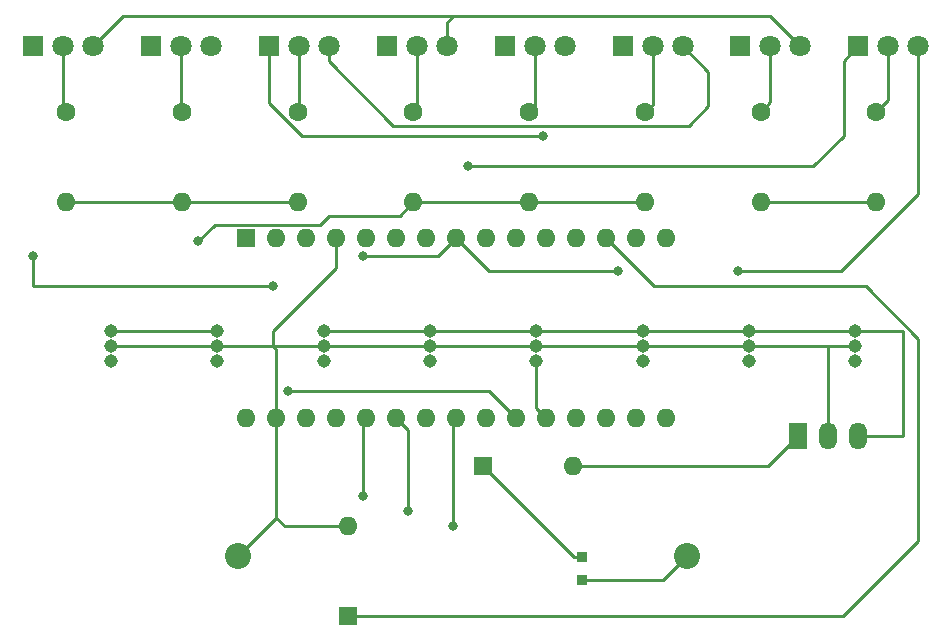
<source format=gtl>
G04 #@! TF.GenerationSoftware,KiCad,Pcbnew,(5.1.10)-1*
G04 #@! TF.CreationDate,2021-07-19T16:23:16-07:00*
G04 #@! TF.ProjectId,1spareparts,31737061-7265-4706-9172-74732e6b6963,rev?*
G04 #@! TF.SameCoordinates,Original*
G04 #@! TF.FileFunction,Copper,L1,Top*
G04 #@! TF.FilePolarity,Positive*
%FSLAX46Y46*%
G04 Gerber Fmt 4.6, Leading zero omitted, Abs format (unit mm)*
G04 Created by KiCad (PCBNEW (5.1.10)-1) date 2021-07-19 16:23:16*
%MOMM*%
%LPD*%
G01*
G04 APERTURE LIST*
G04 #@! TA.AperFunction,ComponentPad*
%ADD10C,2.205000*%
G04 #@! TD*
G04 #@! TA.AperFunction,ComponentPad*
%ADD11R,1.600000X1.600000*%
G04 #@! TD*
G04 #@! TA.AperFunction,ComponentPad*
%ADD12O,1.600000X1.600000*%
G04 #@! TD*
G04 #@! TA.AperFunction,ComponentPad*
%ADD13O,1.500000X2.300000*%
G04 #@! TD*
G04 #@! TA.AperFunction,ComponentPad*
%ADD14R,1.500000X2.300000*%
G04 #@! TD*
G04 #@! TA.AperFunction,ComponentPad*
%ADD15R,1.800000X1.800000*%
G04 #@! TD*
G04 #@! TA.AperFunction,ComponentPad*
%ADD16C,1.800000*%
G04 #@! TD*
G04 #@! TA.AperFunction,SMDPad,CuDef*
%ADD17R,0.889000X0.952500*%
G04 #@! TD*
G04 #@! TA.AperFunction,ComponentPad*
%ADD18C,1.143000*%
G04 #@! TD*
G04 #@! TA.AperFunction,ComponentPad*
%ADD19C,1.600000*%
G04 #@! TD*
G04 #@! TA.AperFunction,ViaPad*
%ADD20C,0.800000*%
G04 #@! TD*
G04 #@! TA.AperFunction,Conductor*
%ADD21C,0.250000*%
G04 #@! TD*
G04 APERTURE END LIST*
D10*
X163257000Y-111760000D03*
X125287000Y-111760000D03*
D11*
X125984000Y-84836000D03*
D12*
X159004000Y-100076000D03*
X128524000Y-84836000D03*
X156464000Y-100076000D03*
X131064000Y-84836000D03*
X153924000Y-100076000D03*
X133604000Y-84836000D03*
X151384000Y-100076000D03*
X136144000Y-84836000D03*
X148844000Y-100076000D03*
X138684000Y-84836000D03*
X146304000Y-100076000D03*
X141224000Y-84836000D03*
X143764000Y-100076000D03*
X143764000Y-84836000D03*
X141224000Y-100076000D03*
X146304000Y-84836000D03*
X138684000Y-100076000D03*
X148844000Y-84836000D03*
X136144000Y-100076000D03*
X151384000Y-84836000D03*
X133604000Y-100076000D03*
X153924000Y-84836000D03*
X131064000Y-100076000D03*
X156464000Y-84836000D03*
X128524000Y-100076000D03*
X159004000Y-84836000D03*
X125984000Y-100076000D03*
X161544000Y-84836000D03*
X161544000Y-100076000D03*
D13*
X177800000Y-101600000D03*
X175260000Y-101600000D03*
D14*
X172720000Y-101600000D03*
D15*
X177800000Y-68580000D03*
D16*
X180340000Y-68580000D03*
X182880000Y-68580000D03*
D15*
X107950000Y-68580000D03*
D16*
X110490000Y-68580000D03*
X113030000Y-68580000D03*
X123008571Y-68580000D03*
X120468571Y-68580000D03*
D15*
X117928571Y-68580000D03*
X127907142Y-68580000D03*
D16*
X130447142Y-68580000D03*
X132987142Y-68580000D03*
X142965713Y-68580000D03*
X140425713Y-68580000D03*
D15*
X137885713Y-68580000D03*
X147864284Y-68580000D03*
D16*
X150404284Y-68580000D03*
X152944284Y-68580000D03*
X162922855Y-68580000D03*
X160382855Y-68580000D03*
D15*
X157842855Y-68580000D03*
D17*
X154432000Y-111848900D03*
X154432000Y-113792000D03*
D16*
X172901426Y-68580000D03*
X170361426Y-68580000D03*
D15*
X167821426Y-68580000D03*
D11*
X134620000Y-116840000D03*
D12*
X134620000Y-109220000D03*
X153670000Y-104140000D03*
D11*
X146050000Y-104140000D03*
D18*
X159530000Y-92710000D03*
X159530000Y-93980000D03*
X159530000Y-95250000D03*
X168530000Y-95250000D03*
X168530000Y-93980000D03*
X168530000Y-92710000D03*
X132530000Y-92710000D03*
X132530000Y-93980000D03*
X132530000Y-95250000D03*
X177530000Y-95250000D03*
X177530000Y-93980000D03*
X177530000Y-92710000D03*
X141530000Y-92710000D03*
X141530000Y-93980000D03*
X141530000Y-95250000D03*
X123530000Y-95250000D03*
X123530000Y-93980000D03*
X123530000Y-92710000D03*
X150530000Y-92710000D03*
X150530000Y-93980000D03*
X150530000Y-95250000D03*
X114530000Y-95250000D03*
X114530000Y-93980000D03*
X114530000Y-92710000D03*
D12*
X110744000Y-81788000D03*
D19*
X110744000Y-74168000D03*
X120541142Y-74168000D03*
D12*
X120541142Y-81788000D03*
X130338284Y-81788000D03*
D19*
X130338284Y-74168000D03*
X140135426Y-74168000D03*
D12*
X140135426Y-81788000D03*
X149932568Y-81788000D03*
D19*
X149932568Y-74168000D03*
X159729710Y-74168000D03*
D12*
X159729710Y-81788000D03*
X169526852Y-81788000D03*
D19*
X169526852Y-74168000D03*
X179324000Y-74168000D03*
D12*
X179324000Y-81788000D03*
D20*
X129540000Y-97790000D03*
X144780000Y-78740000D03*
X143510000Y-109220000D03*
X167640000Y-87630000D03*
X157480000Y-87630000D03*
X135890000Y-86360000D03*
X151130000Y-76200000D03*
X139700000Y-107950000D03*
X135890000Y-106680000D03*
X107950000Y-86360000D03*
X128270000Y-88900000D03*
X121920000Y-85090000D03*
D21*
X170180000Y-104140000D02*
X172720000Y-101600000D01*
X153670000Y-104140000D02*
X170180000Y-104140000D01*
X175260000Y-101600000D02*
X175260000Y-93980000D01*
X175260000Y-93980000D02*
X177530000Y-93980000D01*
X168530000Y-93980000D02*
X175260000Y-93980000D01*
X168530000Y-93980000D02*
X159530000Y-93980000D01*
X159530000Y-93980000D02*
X150530000Y-93980000D01*
X150530000Y-93980000D02*
X141530000Y-93980000D01*
X114473178Y-93980000D02*
X114530000Y-93980000D01*
X128524000Y-94234000D02*
X128270000Y-93980000D01*
X128524000Y-100076000D02*
X128524000Y-94234000D01*
X128270000Y-93980000D02*
X114473178Y-93980000D01*
X141530000Y-93980000D02*
X128270000Y-93980000D01*
X128524000Y-108523000D02*
X125287000Y-111760000D01*
X128524000Y-100076000D02*
X128524000Y-108523000D01*
X133604000Y-84836000D02*
X133604000Y-87376000D01*
X128270000Y-92710000D02*
X128270000Y-93980000D01*
X133604000Y-87376000D02*
X128270000Y-92710000D01*
X129221000Y-109220000D02*
X128524000Y-108523000D01*
X134620000Y-109220000D02*
X129221000Y-109220000D01*
X177800000Y-101600000D02*
X181610000Y-101600000D01*
X181610000Y-101600000D02*
X181610000Y-92710000D01*
X181610000Y-92710000D02*
X177530000Y-92710000D01*
X132530000Y-92710000D02*
X141530000Y-92710000D01*
X141530000Y-92710000D02*
X150530000Y-92710000D01*
X150530000Y-92710000D02*
X159530000Y-92710000D01*
X159530000Y-92710000D02*
X168530000Y-92710000D01*
X168530000Y-92710000D02*
X177530000Y-92710000D01*
X114530000Y-92710000D02*
X123530000Y-92710000D01*
X150530000Y-99222000D02*
X151384000Y-100076000D01*
X150530000Y-95250000D02*
X150530000Y-99222000D01*
X135890000Y-84582000D02*
X136144000Y-84836000D01*
X146558000Y-97790000D02*
X148844000Y-100076000D01*
X129540000Y-97790000D02*
X146558000Y-97790000D01*
X113030000Y-68580000D02*
X115570000Y-66040000D01*
X170361426Y-66040000D02*
X172901426Y-68580000D01*
X142965713Y-66584287D02*
X143510000Y-66040000D01*
X142965713Y-68580000D02*
X142965713Y-66584287D01*
X143510000Y-66040000D02*
X170361426Y-66040000D01*
X115570000Y-66040000D02*
X143510000Y-66040000D01*
X176574999Y-69805001D02*
X176574999Y-76155001D01*
X177800000Y-68580000D02*
X176574999Y-69805001D01*
X176574999Y-76155001D02*
X173990000Y-78740000D01*
X173990000Y-78740000D02*
X144780000Y-78740000D01*
X144780000Y-78740000D02*
X144780000Y-78740000D01*
X143510000Y-100330000D02*
X143764000Y-100076000D01*
X143510000Y-109220000D02*
X143510000Y-100330000D01*
X182880000Y-81061998D02*
X176311998Y-87630000D01*
X182880000Y-68580000D02*
X182880000Y-81061998D01*
X176311998Y-87630000D02*
X167640000Y-87630000D01*
X167640000Y-87630000D02*
X167640000Y-87630000D01*
X146558000Y-87630000D02*
X143764000Y-84836000D01*
X157480000Y-87630000D02*
X146558000Y-87630000D01*
X142240000Y-86360000D02*
X143764000Y-84836000D01*
X135890000Y-86360000D02*
X142240000Y-86360000D01*
X127907142Y-73401860D02*
X130705282Y-76200000D01*
X127907142Y-68580000D02*
X127907142Y-73401860D01*
X130705282Y-76200000D02*
X151130000Y-76200000D01*
X151130000Y-76200000D02*
X151130000Y-76200000D01*
X139700000Y-101092000D02*
X138684000Y-100076000D01*
X139700000Y-107950000D02*
X139700000Y-101092000D01*
X138427351Y-75293001D02*
X163466999Y-75293001D01*
X132987142Y-69852792D02*
X138427351Y-75293001D01*
X132987142Y-68580000D02*
X132987142Y-69852792D01*
X163466999Y-75293001D02*
X165100000Y-73660000D01*
X165100000Y-70757145D02*
X162922855Y-68580000D01*
X165100000Y-73660000D02*
X165100000Y-70757145D01*
X135890000Y-100330000D02*
X136144000Y-100076000D01*
X135890000Y-106680000D02*
X135890000Y-100330000D01*
X151130000Y-85090000D02*
X151384000Y-84836000D01*
X107950000Y-86360000D02*
X107950000Y-88900000D01*
X107950000Y-88900000D02*
X128270000Y-88900000D01*
X134620000Y-116840000D02*
X176530000Y-116840000D01*
X176530000Y-116840000D02*
X182880000Y-110490000D01*
X182880000Y-93343590D02*
X178436410Y-88900000D01*
X182880000Y-110490000D02*
X182880000Y-93343590D01*
X160528000Y-88900000D02*
X156464000Y-84836000D01*
X178436410Y-88900000D02*
X160528000Y-88900000D01*
X161225000Y-113792000D02*
X163257000Y-111760000D01*
X154432000Y-113792000D02*
X161225000Y-113792000D01*
X153758900Y-111848900D02*
X146050000Y-104140000D01*
X154432000Y-111848900D02*
X153758900Y-111848900D01*
X123299001Y-83710999D02*
X121920000Y-85090000D01*
X132986999Y-82913001D02*
X132189001Y-83710999D01*
X139010425Y-82913001D02*
X132986999Y-82913001D01*
X132189001Y-83710999D02*
X123299001Y-83710999D01*
X140135426Y-81788000D02*
X139010425Y-82913001D01*
X140135426Y-81788000D02*
X149932568Y-81788000D01*
X149932568Y-81788000D02*
X159729710Y-81788000D01*
X130338284Y-81788000D02*
X120541142Y-81788000D01*
X120541142Y-81788000D02*
X110744000Y-81788000D01*
X179324000Y-81788000D02*
X169526852Y-81788000D01*
X110744000Y-68834000D02*
X110490000Y-68580000D01*
X110490000Y-73914000D02*
X110744000Y-74168000D01*
X110490000Y-68580000D02*
X110490000Y-73914000D01*
X120541142Y-68652571D02*
X120468571Y-68580000D01*
X120468571Y-74095429D02*
X120541142Y-74168000D01*
X120468571Y-68580000D02*
X120468571Y-74095429D01*
X130338284Y-68688858D02*
X130447142Y-68580000D01*
X130447142Y-74059142D02*
X130338284Y-74168000D01*
X130447142Y-68580000D02*
X130447142Y-74059142D01*
X140135426Y-68870287D02*
X140425713Y-68580000D01*
X140425713Y-73877713D02*
X140135426Y-74168000D01*
X140425713Y-68580000D02*
X140425713Y-73877713D01*
X149932568Y-69051716D02*
X150404284Y-68580000D01*
X150404284Y-73696284D02*
X149932568Y-74168000D01*
X150404284Y-68580000D02*
X150404284Y-73696284D01*
X160382855Y-73514855D02*
X159729710Y-74168000D01*
X160382855Y-68580000D02*
X160382855Y-73514855D01*
X170361426Y-73333426D02*
X169526852Y-74168000D01*
X170361426Y-68580000D02*
X170361426Y-73333426D01*
X180340000Y-73152000D02*
X179324000Y-74168000D01*
X180340000Y-68580000D02*
X180340000Y-73152000D01*
M02*

</source>
